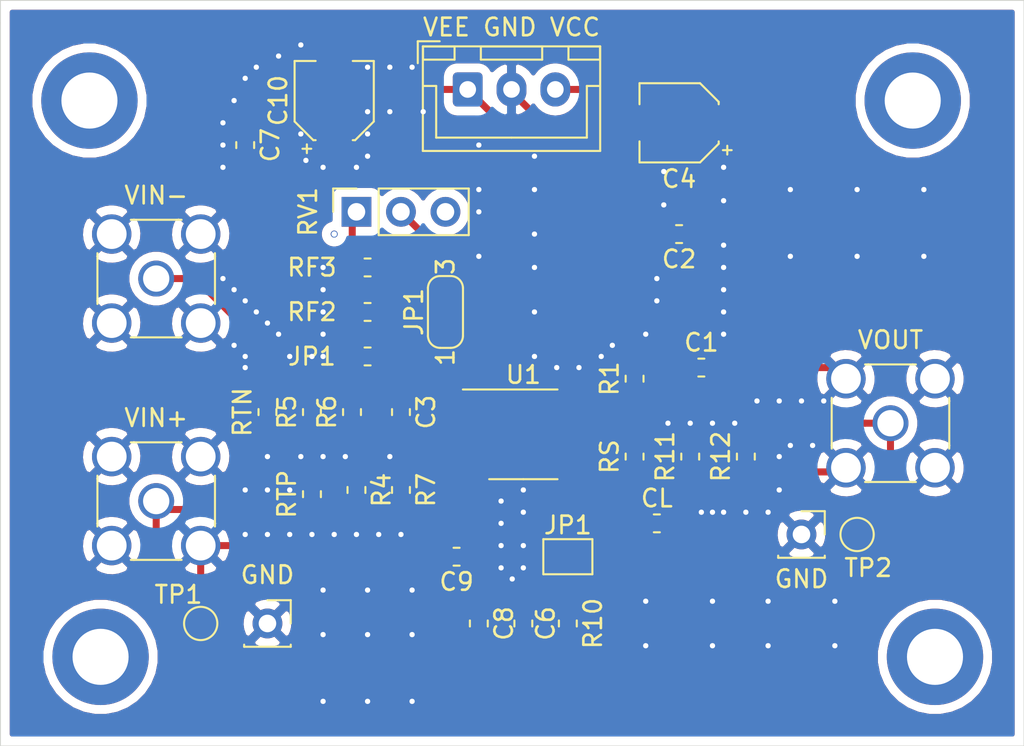
<source format=kicad_pcb>
(kicad_pcb (version 20171130) (host pcbnew "(5.1.2)-2")
  (layers (0 F.Cu signal) (31 B.Cu signal hide) (34 B.Paste user) (35 F.Paste user) (36 B.SilkS user) (37 F.SilkS user) (38 B.Mask user) (39 F.Mask user) (44 Edge.Cuts user))
  (net 0 "")
  (net 1 /VCC)
  (net 2 GNDREF)
  (net 3 "Net-(C3-Pad2)")
  (net 4 "Net-(C3-Pad1)")
  (net 5 "Net-(C5-Pad1)")
  (net 6 "Net-(C6-Pad1)")
  (net 7 "Net-(C6-Pad2)")
  (net 8 /VEE)
  (net 9 "Net-(J2-Pad1)")
  (net 10 "Net-(J3-Pad1)")
  (net 11 "Net-(J5-Pad1)")
  (net 12 /PD)
  (net 13 "Net-(R4-Pad1)")
  (net 14 "Net-(R11-Pad1)")
  (net 15 "Net-(JP1-Pad1)")
  (net 16 "Net-(JP1-Pad3)")
  (module Package_SO:SOIC-8_3.9x4.9mm_P1.27mm (layer F.Cu) (at 146.05 123.19)
    (fp_text reference U1 (at 0 -3.4) (layer F.SilkS))
    (fp_text value ADA4817-1)
    (fp_line (start 0 2.56) (end 1.95 2.56) (layer F.SilkS) (width 0.12))
    (fp_line (start 0 2.56) (end -1.95 2.56) (layer F.SilkS) (width 0.12))
    (fp_line (start 0 -2.56) (end 1.95 -2.56) (layer F.SilkS) (width 0.12))
    (fp_line (start 0 -2.56) (end -3.45 -2.56) (layer F.SilkS) (width 0.12))
    (pad 1 smd roundrect (at -2.475 -1.905) (size 1.95 0.6) (layers F.Cu F.Paste F.Mask) (net 4 "Net-(C3-Pad1)"))
    (pad 2 smd roundrect (at -2.475 -0.635) (size 1.95 0.6) (layers F.Cu F.Paste F.Mask) (net 3 "Net-(C3-Pad2)"))
    (pad 3 smd roundrect (at -2.475 0.635) (size 1.95 0.6) (layers F.Cu F.Paste F.Mask) (net 13 "Net-(R4-Pad1)"))
    (pad 4 smd roundrect (at -2.475 1.905) (size 1.95 0.6) (layers F.Cu F.Paste F.Mask) (net 8 /VEE))
    (pad 5 smd roundrect (at 2.475 1.905) (size 1.95 0.6) (layers F.Cu F.Paste F.Mask) (net 7 "Net-(C6-Pad2)"))
    (pad 6 smd roundrect (at 2.475 0.635) (size 1.95 0.6) (layers F.Cu F.Paste F.Mask) (net 14 "Net-(R11-Pad1)"))
    (pad 7 smd roundrect (at 2.475 -0.635) (size 1.95 0.6) (layers F.Cu F.Paste F.Mask) (net 1 /VCC))
    (pad 8 smd roundrect (at 2.475 -1.905) (size 1.95 0.6) (layers F.Cu F.Paste F.Mask) (net 12 /PD))
  )
  (module Resistor_SMD:R_0603_1608Metric_Pad1.05x0.95mm_HandSolder (layer F.Cu) (at 131.445 121.92 90)
    (fp_text reference RTN (at 0 -1.43 90) (layer F.SilkS))
    (fp_text value RTN)
    (fp_line (start -0.171267 -0.51) (end 0.171267 -0.51) (layer F.SilkS) (width 0.12))
    (fp_line (start -0.171267 0.51) (end 0.171267 0.51) (layer F.SilkS) (width 0.12))
    (pad 1 smd roundrect (at -0.875 0 90) (size 1.05 0.95) (layers F.Cu F.Paste F.Mask) (net 2 GNDREF))
    (pad 2 smd roundrect (at 0.875 0 90) (size 1.05 0.95) (layers F.Cu F.Paste F.Mask) (net 9 "Net-(J2-Pad1)"))
  )
  (module MountingHole:MountingHole_3.2mm_M3_ISO14580_Pad (layer F.Cu) (at 168.275 104.14)
    (fp_text reference REF** hide)
    (fp_text value MountingHole_3.2mm_M3_ISO14580_Pad)
    (pad 1 thru_hole circle (at 0 0) (size 5.5 5.5) (drill 3.2) (layers *.Cu *.Mask))
  )
  (module MountingHole:MountingHole_3.2mm_M3_ISO14580_Pad (layer F.Cu) (at 169.545 135.89)
    (fp_text reference REF** hide)
    (fp_text value MountingHole_3.2mm_M3_ISO14580_Pad)
    (pad 1 thru_hole circle (at 0 0) (size 5.5 5.5) (drill 3.2) (layers *.Cu *.Mask))
  )
  (module MountingHole:MountingHole_3.2mm_M3_ISO14580_Pad (layer F.Cu) (at 121.92 135.89)
    (fp_text reference REF** hide)
    (fp_text value MountingHole_3.2mm_M3_ISO14580_Pad)
    (pad 1 thru_hole circle (at 0 0) (size 5.5 5.5) (drill 3.2) (layers *.Cu *.Mask))
  )
  (module MountingHole:MountingHole_3.2mm_M3_ISO14580_Pad (layer F.Cu) (at 121.285 104.14)
    (fp_text reference REF** hide)
    (fp_text value MountingHole_3.2mm_M3_ISO14580_Pad)
    (pad 1 thru_hole circle (at 0 0) (size 5.5 5.5) (drill 3.2) (layers *.Cu *.Mask))
  )
  (module Connector_PinSocket_2.54mm:PinSocket_1x01_P2.54mm_Vertical (layer F.Cu) (at 131.445 133.985)
    (fp_text reference GND (at 0 -2.77) (layer F.SilkS))
    (fp_text value PinSocket_1x01_P2.54mm_Vertical)
    (fp_line (start 0 -1.33) (end 1.33 -1.33) (layer F.SilkS) (width 0.12))
    (fp_line (start 1.33 -1.33) (end 1.33 0) (layer F.SilkS) (width 0.12))
    (fp_line (start 1.33 1.21) (end 1.33 1.33) (layer F.SilkS) (width 0.12))
    (fp_line (start -1.33 1.21) (end -1.33 1.33) (layer F.SilkS) (width 0.12))
    (fp_line (start -1.33 1.33) (end 1.33 1.33) (layer F.SilkS) (width 0.12))
    (pad 1 thru_hole circle (at 0 0) (size 1.7 1.7) (drill 1) (layers *.Cu *.Mask) (net 2 GNDREF))
  )
  (module Connector_PinSocket_2.54mm:PinSocket_1x01_P2.54mm_Vertical (layer F.Cu) (at 161.925 128.905)
    (fp_text reference GND (at 0 2.54) (layer F.SilkS))
    (fp_text value PinSocket_1x01_P2.54mm_Vertical)
    (fp_line (start 0 -1.33) (end 1.33 -1.33) (layer F.SilkS) (width 0.12))
    (fp_line (start 1.33 -1.33) (end 1.33 0) (layer F.SilkS) (width 0.12))
    (fp_line (start 1.33 1.21) (end 1.33 1.33) (layer F.SilkS) (width 0.12))
    (fp_line (start -1.33 1.21) (end -1.33 1.33) (layer F.SilkS) (width 0.12))
    (fp_line (start -1.33 1.33) (end 1.33 1.33) (layer F.SilkS) (width 0.12))
    (pad 1 thru_hole circle (at 0 0) (size 1.7 1.7) (drill 1) (layers *.Cu *.Mask) (net 2 GNDREF))
  )
  (module TestPoint:TestPoint_Pad_D1.5mm (layer F.Cu) (at 165.1 128.905)
    (fp_text reference TP2 (at 0.635 1.905) (layer F.SilkS))
    (fp_text value TestPoint_Pad_D1.5mm)
    (fp_circle (center 0 0) (end 0 0.95) (layer F.SilkS) (width 0.12))
    (pad 1 smd circle (at 0 0) (size 1.5 1.5) (layers F.Cu F.Mask) (net 11 "Net-(J5-Pad1)"))
  )
  (module TestPoint:TestPoint_Pad_D1.5mm (layer F.Cu) (at 127.635 133.985)
    (fp_text reference TP1 (at -1.27 -1.648) (layer F.SilkS))
    (fp_text value TestPoint_Pad_D1.5mm)
    (fp_circle (center 0 0) (end 0 0.95) (layer F.SilkS) (width 0.12))
    (pad 1 smd circle (at 0 0) (size 1.5 1.5) (layers F.Cu F.Mask) (net 10 "Net-(J3-Pad1)"))
  )
  (module Connector_JST:JST_XH_B3B-XH-A_1x03_P2.50mm_Vertical (layer F.Cu) (at 142.875 103.505)
    (fp_text reference "VEE GND VCC" (at 2.5 -3.55) (layer F.SilkS))
    (fp_text value Conn_01x03_Male)
    (fp_line (start -2.56 -2.46) (end -2.56 3.51) (layer F.SilkS) (width 0.12))
    (fp_line (start -2.56 3.51) (end 7.56 3.51) (layer F.SilkS) (width 0.12))
    (fp_line (start 7.56 3.51) (end 7.56 -2.46) (layer F.SilkS) (width 0.12))
    (fp_line (start 7.56 -2.46) (end -2.56 -2.46) (layer F.SilkS) (width 0.12))
    (fp_line (start 0.75 -2.45) (end 0.75 -1.7) (layer F.SilkS) (width 0.12))
    (fp_line (start 0.75 -1.7) (end 4.25 -1.7) (layer F.SilkS) (width 0.12))
    (fp_line (start 4.25 -1.7) (end 4.25 -2.45) (layer F.SilkS) (width 0.12))
    (fp_line (start 4.25 -2.45) (end 0.75 -2.45) (layer F.SilkS) (width 0.12))
    (fp_line (start -2.55 -2.45) (end -2.55 -1.7) (layer F.SilkS) (width 0.12))
    (fp_line (start -2.55 -1.7) (end -0.75 -1.7) (layer F.SilkS) (width 0.12))
    (fp_line (start -0.75 -1.7) (end -0.75 -2.45) (layer F.SilkS) (width 0.12))
    (fp_line (start -0.75 -2.45) (end -2.55 -2.45) (layer F.SilkS) (width 0.12))
    (fp_line (start 5.75 -2.45) (end 5.75 -1.7) (layer F.SilkS) (width 0.12))
    (fp_line (start 5.75 -1.7) (end 7.55 -1.7) (layer F.SilkS) (width 0.12))
    (fp_line (start 7.55 -1.7) (end 7.55 -2.45) (layer F.SilkS) (width 0.12))
    (fp_line (start 7.55 -2.45) (end 5.75 -2.45) (layer F.SilkS) (width 0.12))
    (fp_line (start -2.55 -0.2) (end -1.8 -0.2) (layer F.SilkS) (width 0.12))
    (fp_line (start -1.8 -0.2) (end -1.8 2.75) (layer F.SilkS) (width 0.12))
    (fp_line (start -1.8 2.75) (end 2.5 2.75) (layer F.SilkS) (width 0.12))
    (fp_line (start 7.55 -0.2) (end 6.8 -0.2) (layer F.SilkS) (width 0.12))
    (fp_line (start 6.8 -0.2) (end 6.8 2.75) (layer F.SilkS) (width 0.12))
    (fp_line (start 6.8 2.75) (end 2.5 2.75) (layer F.SilkS) (width 0.12))
    (fp_line (start -1.6 -2.75) (end -2.85 -2.75) (layer F.SilkS) (width 0.12))
    (fp_line (start -2.85 -2.75) (end -2.85 -1.5) (layer F.SilkS) (width 0.12))
    (pad 1 thru_hole roundrect (at 0 0) (size 1.7 1.95) (drill 0.95) (layers *.Cu *.Mask) (roundrect_rratio 0.147059) (net 8 /VEE))
    (pad 2 thru_hole oval (at 2.5 0) (size 1.7 1.95) (drill 0.95) (layers *.Cu *.Mask) (net 2 GNDREF))
    (pad 3 thru_hole oval (at 5 0) (size 1.7 1.95) (drill 0.95) (layers *.Cu *.Mask) (net 1 /VCC))
  )
  (module Jumper:SolderJumper-2_P1.3mm_Open_TrianglePad1.0x1.5mm (layer F.Cu) (at 148.59 130.175)
    (fp_text reference JP1 (at 0 -1.8) (layer F.SilkS))
    (fp_text value SolderJumper-2_P1.3mm_Open_TrianglePad1.0x1.5mm)
    (fp_line (start -1.4 -1) (end 1.4 -1) (layer F.SilkS) (width 0.12))
    (fp_line (start 1.4 -1) (end 1.4 1) (layer F.SilkS) (width 0.12))
    (fp_line (start 1.4 1) (end -1.4 1) (layer F.SilkS) (width 0.12))
    (fp_line (start -1.4 1) (end -1.4 -1) (layer F.SilkS) (width 0.12))
    (pad 1 smd custom (at -0.725 0) (size 0.3 0.3) (layers F.Cu F.Mask) (net 7 "Net-(C6-Pad2)") (options (clearance outline) (anchor rect)) (primitives (gr_poly (pts (xy -0.5 -0.75) (xy 0.5 -0.75) (xy 1 0) (xy 0.5 0.75) (xy -0.5 0.75)) (width 0))))
    (pad 2 smd custom (at 0.725 0) (size 0.3 0.3) (layers F.Cu F.Mask) (net 7 "Net-(C6-Pad2)") (options (clearance outline) (anchor rect)) (primitives (gr_poly (pts (xy -0.65 -0.75) (xy 0.5 -0.75) (xy 0.5 0.75) (xy -0.65 0.75) (xy -0.15 0)) (width 0))))
  )
  (module Capacitor_SMD:C_0603_1608Metric_Pad1.05x0.95mm_HandSolder (layer F.Cu) (at 156.21 119.38)
    (fp_text reference C1 (at 0 -1.43) (layer F.SilkS))
    (fp_text value 0.1uF)
    (fp_line (start -0.171267 -0.51) (end 0.171267 -0.51) (layer F.SilkS) (width 0.12))
    (fp_line (start -0.171267 0.51) (end 0.171267 0.51) (layer F.SilkS) (width 0.12))
    (pad 1 smd roundrect (at -0.875 0) (size 1.05 0.95) (layers F.Cu F.Paste F.Mask) (net 1 /VCC))
    (pad 2 smd roundrect (at 0.875 0) (size 1.05 0.95) (layers F.Cu F.Paste F.Mask) (net 2 GNDREF))
  )
  (module Capacitor_SMD:C_0603_1608Metric_Pad1.05x0.95mm_HandSolder (layer F.Cu) (at 154.94 111.76 180)
    (fp_text reference C2 (at 0 -1.43) (layer F.SilkS))
    (fp_text value 0.1uF)
    (fp_line (start -0.171267 0.51) (end 0.171267 0.51) (layer F.SilkS) (width 0.12))
    (fp_line (start -0.171267 -0.51) (end 0.171267 -0.51) (layer F.SilkS) (width 0.12))
    (pad 2 smd roundrect (at 0.875 0 180) (size 1.05 0.95) (layers F.Cu F.Paste F.Mask) (net 2 GNDREF))
    (pad 1 smd roundrect (at -0.875 0 180) (size 1.05 0.95) (layers F.Cu F.Paste F.Mask) (net 1 /VCC))
  )
  (module Capacitor_SMD:C_0603_1608Metric_Pad1.05x0.95mm_HandSolder (layer F.Cu) (at 139.065 121.92 270)
    (fp_text reference C3 (at 0 -1.43 90) (layer F.SilkS))
    (fp_text value CF)
    (fp_line (start -0.171267 0.51) (end 0.171267 0.51) (layer F.SilkS) (width 0.12))
    (fp_line (start -0.171267 -0.51) (end 0.171267 -0.51) (layer F.SilkS) (width 0.12))
    (pad 2 smd roundrect (at 0.875 0 270) (size 1.05 0.95) (layers F.Cu F.Paste F.Mask) (net 3 "Net-(C3-Pad2)"))
    (pad 1 smd roundrect (at -0.875 0 270) (size 1.05 0.95) (layers F.Cu F.Paste F.Mask) (net 4 "Net-(C3-Pad1)"))
  )
  (module Capacitor_SMD:CP_Elec_4x5.4 (layer F.Cu) (at 154.94 105.41 180)
    (fp_text reference C4 (at 0 -3.2) (layer F.SilkS))
    (fp_text value 10uF)
    (fp_line (start -2.75 -1.81) (end -2.75 -1.31) (layer F.SilkS) (width 0.12))
    (fp_line (start -3 -1.56) (end -2.5 -1.56) (layer F.SilkS) (width 0.12))
    (fp_line (start -2.26 1.195563) (end -1.195563 2.26) (layer F.SilkS) (width 0.12))
    (fp_line (start -2.26 -1.195563) (end -1.195563 -2.26) (layer F.SilkS) (width 0.12))
    (fp_line (start -2.26 -1.195563) (end -2.26 -1.06) (layer F.SilkS) (width 0.12))
    (fp_line (start -2.26 1.195563) (end -2.26 1.06) (layer F.SilkS) (width 0.12))
    (fp_line (start -1.195563 2.26) (end 2.26 2.26) (layer F.SilkS) (width 0.12))
    (fp_line (start -1.195563 -2.26) (end 2.26 -2.26) (layer F.SilkS) (width 0.12))
    (fp_line (start 2.26 -2.26) (end 2.26 -1.06) (layer F.SilkS) (width 0.12))
    (fp_line (start 2.26 2.26) (end 2.26 1.06) (layer F.SilkS) (width 0.12))
    (pad 2 smd roundrect (at 1.8 0 180) (size 2.6 1.6) (layers F.Cu F.Paste F.Mask) (roundrect_rratio 0.15625) (net 2 GNDREF))
    (pad 1 smd roundrect (at -1.8 0 180) (size 2.6 1.6) (layers F.Cu F.Paste F.Mask) (roundrect_rratio 0.15625) (net 1 /VCC))
  )
  (module Capacitor_SMD:C_0603_1608Metric_Pad1.05x0.95mm_HandSolder (layer F.Cu) (at 153.67 128.27)
    (fp_text reference CL (at 0 -1.43) (layer F.SilkS))
    (fp_text value CL)
    (fp_line (start -0.171267 -0.51) (end 0.171267 -0.51) (layer F.SilkS) (width 0.12))
    (fp_line (start -0.171267 0.51) (end 0.171267 0.51) (layer F.SilkS) (width 0.12))
    (pad 1 smd roundrect (at -0.875 0) (size 1.05 0.95) (layers F.Cu F.Paste F.Mask) (net 5 "Net-(C5-Pad1)"))
    (pad 2 smd roundrect (at 0.875 0) (size 1.05 0.95) (layers F.Cu F.Paste F.Mask) (net 2 GNDREF))
  )
  (module Capacitor_SMD:C_0603_1608Metric_Pad1.05x0.95mm_HandSolder (layer F.Cu) (at 146.05 133.985 90)
    (fp_text reference C6 (at 0 1.27 90) (layer F.SilkS))
    (fp_text value C)
    (fp_line (start -0.171267 0.51) (end 0.171267 0.51) (layer F.SilkS) (width 0.12))
    (fp_line (start -0.171267 -0.51) (end 0.171267 -0.51) (layer F.SilkS) (width 0.12))
    (pad 2 smd roundrect (at 0.875 0 90) (size 1.05 0.95) (layers F.Cu F.Paste F.Mask) (net 7 "Net-(C6-Pad2)"))
    (pad 1 smd roundrect (at -0.875 0 90) (size 1.05 0.95) (layers F.Cu F.Paste F.Mask) (net 6 "Net-(C6-Pad1)"))
  )
  (module Capacitor_SMD:C_0603_1608Metric_Pad1.05x0.95mm_HandSolder (layer F.Cu) (at 130.175 106.68 270)
    (fp_text reference C7 (at 0 -1.43 90) (layer F.SilkS))
    (fp_text value 0.1uF)
    (fp_line (start -0.171267 -0.51) (end 0.171267 -0.51) (layer F.SilkS) (width 0.12))
    (fp_line (start -0.171267 0.51) (end 0.171267 0.51) (layer F.SilkS) (width 0.12))
    (pad 1 smd roundrect (at -0.875 0 270) (size 1.05 0.95) (layers F.Cu F.Paste F.Mask) (net 8 /VEE))
    (pad 2 smd roundrect (at 0.875 0 270) (size 1.05 0.95) (layers F.Cu F.Paste F.Mask) (net 2 GNDREF))
  )
  (module Capacitor_SMD:C_0603_1608Metric_Pad1.05x0.95mm_HandSolder (layer F.Cu) (at 143.51 133.985 270)
    (fp_text reference C8 (at 0 -1.43 90) (layer F.SilkS))
    (fp_text value C)
    (fp_line (start -0.171267 -0.51) (end 0.171267 -0.51) (layer F.SilkS) (width 0.12))
    (fp_line (start -0.171267 0.51) (end 0.171267 0.51) (layer F.SilkS) (width 0.12))
    (pad 1 smd roundrect (at -0.875 0 270) (size 1.05 0.95) (layers F.Cu F.Paste F.Mask) (net 8 /VEE))
    (pad 2 smd roundrect (at 0.875 0 270) (size 1.05 0.95) (layers F.Cu F.Paste F.Mask) (net 6 "Net-(C6-Pad1)"))
  )
  (module Capacitor_SMD:C_0603_1608Metric_Pad1.05x0.95mm_HandSolder (layer F.Cu) (at 142.24 130.175 180)
    (fp_text reference C9 (at 0 -1.43) (layer F.SilkS))
    (fp_text value 0.1uF)
    (fp_line (start -0.171267 0.51) (end 0.171267 0.51) (layer F.SilkS) (width 0.12))
    (fp_line (start -0.171267 -0.51) (end 0.171267 -0.51) (layer F.SilkS) (width 0.12))
    (pad 2 smd roundrect (at 0.875 0 180) (size 1.05 0.95) (layers F.Cu F.Paste F.Mask) (net 2 GNDREF))
    (pad 1 smd roundrect (at -0.875 0 180) (size 1.05 0.95) (layers F.Cu F.Paste F.Mask) (net 8 /VEE))
  )
  (module Capacitor_SMD:CP_Elec_4x5.4 (layer F.Cu) (at 135.255 104.14 90)
    (fp_text reference C10 (at 0 -3.2 90) (layer F.SilkS))
    (fp_text value 10uF)
    (fp_line (start 2.26 2.26) (end 2.26 1.06) (layer F.SilkS) (width 0.12))
    (fp_line (start 2.26 -2.26) (end 2.26 -1.06) (layer F.SilkS) (width 0.12))
    (fp_line (start -1.195563 -2.26) (end 2.26 -2.26) (layer F.SilkS) (width 0.12))
    (fp_line (start -1.195563 2.26) (end 2.26 2.26) (layer F.SilkS) (width 0.12))
    (fp_line (start -2.26 1.195563) (end -2.26 1.06) (layer F.SilkS) (width 0.12))
    (fp_line (start -2.26 -1.195563) (end -2.26 -1.06) (layer F.SilkS) (width 0.12))
    (fp_line (start -2.26 -1.195563) (end -1.195563 -2.26) (layer F.SilkS) (width 0.12))
    (fp_line (start -2.26 1.195563) (end -1.195563 2.26) (layer F.SilkS) (width 0.12))
    (fp_line (start -3 -1.56) (end -2.5 -1.56) (layer F.SilkS) (width 0.12))
    (fp_line (start -2.75 -1.81) (end -2.75 -1.31) (layer F.SilkS) (width 0.12))
    (pad 1 smd roundrect (at -1.8 0 90) (size 2.6 1.6) (layers F.Cu F.Paste F.Mask) (roundrect_rratio 0.15625) (net 2 GNDREF))
    (pad 2 smd roundrect (at 1.8 0 90) (size 2.6 1.6) (layers F.Cu F.Paste F.Mask) (roundrect_rratio 0.15625) (net 8 /VEE))
  )
  (module Connector_Coaxial:SMA_Amphenol_132134-11_Vertical (layer F.Cu) (at 125.095 114.3)
    (fp_text reference VIN- (at 0 -4.75) (layer F.SilkS))
    (fp_text value -VIN)
    (fp_line (start -3.355 -1.45) (end -3.355 1.45) (layer F.SilkS) (width 0.12))
    (fp_line (start 3.355 -1.45) (end 3.355 1.45) (layer F.SilkS) (width 0.12))
    (fp_line (start -1.45 3.355) (end 1.45 3.355) (layer F.SilkS) (width 0.12))
    (fp_line (start -1.45 -3.355) (end 1.45 -3.355) (layer F.SilkS) (width 0.12))
    (pad 1 thru_hole circle (at 0 0) (size 2.05 2.05) (drill 1.5) (layers *.Cu *.Mask) (net 9 "Net-(J2-Pad1)"))
    (pad 2 thru_hole circle (at 2.54 2.54) (size 2.25 2.25) (drill 1.7) (layers *.Cu *.Mask) (net 2 GNDREF))
    (pad 2 thru_hole circle (at 2.54 -2.54) (size 2.25 2.25) (drill 1.7) (layers *.Cu *.Mask) (net 2 GNDREF))
    (pad 2 thru_hole circle (at -2.54 -2.54) (size 2.25 2.25) (drill 1.7) (layers *.Cu *.Mask) (net 2 GNDREF))
    (pad 2 thru_hole circle (at -2.54 2.54) (size 2.25 2.25) (drill 1.7) (layers *.Cu *.Mask) (net 2 GNDREF))
  )
  (module Connector_Coaxial:SMA_Amphenol_132134-11_Vertical (layer F.Cu) (at 125.095 127)
    (fp_text reference VIN+ (at 0 -4.75) (layer F.SilkS))
    (fp_text value +VIN)
    (fp_line (start -3.355 -1.45) (end -3.355 1.45) (layer F.SilkS) (width 0.12))
    (fp_line (start 3.355 -1.45) (end 3.355 1.45) (layer F.SilkS) (width 0.12))
    (fp_line (start -1.45 3.355) (end 1.45 3.355) (layer F.SilkS) (width 0.12))
    (fp_line (start -1.45 -3.355) (end 1.45 -3.355) (layer F.SilkS) (width 0.12))
    (pad 1 thru_hole circle (at 0 0) (size 2.05 2.05) (drill 1.5) (layers *.Cu *.Mask) (net 10 "Net-(J3-Pad1)"))
    (pad 2 thru_hole circle (at 2.54 2.54) (size 2.25 2.25) (drill 1.7) (layers *.Cu *.Mask) (net 2 GNDREF))
    (pad 2 thru_hole circle (at 2.54 -2.54) (size 2.25 2.25) (drill 1.7) (layers *.Cu *.Mask) (net 2 GNDREF))
    (pad 2 thru_hole circle (at -2.54 -2.54) (size 2.25 2.25) (drill 1.7) (layers *.Cu *.Mask) (net 2 GNDREF))
    (pad 2 thru_hole circle (at -2.54 2.54) (size 2.25 2.25) (drill 1.7) (layers *.Cu *.Mask) (net 2 GNDREF))
  )
  (module Connector_Coaxial:SMA_Amphenol_132134-11_Vertical (layer F.Cu) (at 167.005 122.555)
    (fp_text reference VOUT (at 0 -4.75) (layer F.SilkS))
    (fp_text value VOUT)
    (fp_line (start -1.45 -3.355) (end 1.45 -3.355) (layer F.SilkS) (width 0.12))
    (fp_line (start -1.45 3.355) (end 1.45 3.355) (layer F.SilkS) (width 0.12))
    (fp_line (start 3.355 -1.45) (end 3.355 1.45) (layer F.SilkS) (width 0.12))
    (fp_line (start -3.355 -1.45) (end -3.355 1.45) (layer F.SilkS) (width 0.12))
    (pad 2 thru_hole circle (at -2.54 2.54) (size 2.25 2.25) (drill 1.7) (layers *.Cu *.Mask) (net 2 GNDREF))
    (pad 2 thru_hole circle (at -2.54 -2.54) (size 2.25 2.25) (drill 1.7) (layers *.Cu *.Mask) (net 2 GNDREF))
    (pad 2 thru_hole circle (at 2.54 -2.54) (size 2.25 2.25) (drill 1.7) (layers *.Cu *.Mask) (net 2 GNDREF))
    (pad 2 thru_hole circle (at 2.54 2.54) (size 2.25 2.25) (drill 1.7) (layers *.Cu *.Mask) (net 2 GNDREF))
    (pad 1 thru_hole circle (at 0 0) (size 2.05 2.05) (drill 1.5) (layers *.Cu *.Mask) (net 11 "Net-(J5-Pad1)"))
  )
  (module Jumper:SolderJumper-3_P1.3mm_Open_RoundedPad1.0x1.5mm_NumberLabels (layer F.Cu) (at 141.605 116.205 90)
    (fp_text reference JP1 (at 0 -1.8 90) (layer F.SilkS))
    (fp_text value Jumper_3_Open)
    (fp_text user 3 (at 2.6 0 90) (layer F.SilkS))
    (fp_text user 1 (at -2.6 0 90) (layer F.SilkS))
    (fp_line (start -2.05 0.3) (end -2.05 -0.3) (layer F.SilkS) (width 0.12))
    (fp_line (start 1.4 1) (end -1.4 1) (layer F.SilkS) (width 0.12))
    (fp_line (start 2.05 -0.3) (end 2.05 0.3) (layer F.SilkS) (width 0.12))
    (fp_line (start -1.4 -1) (end 1.4 -1) (layer F.SilkS) (width 0.12))
    (fp_arc (start 1.35 -0.3) (end 2.05 -0.3) (angle -90) (layer F.SilkS) (width 0.12))
    (fp_arc (start 1.35 0.3) (end 1.35 1) (angle -90) (layer F.SilkS) (width 0.12))
    (fp_arc (start -1.35 0.3) (end -2.05 0.3) (angle -90) (layer F.SilkS) (width 0.12))
    (fp_arc (start -1.35 -0.3) (end -1.35 -1) (angle -90) (layer F.SilkS) (width 0.12))
    (pad 1 smd custom (at -1.3 0 90) (size 1 0.5) (layers F.Cu F.Mask) (net 15 "Net-(JP1-Pad1)") (options (clearance outline) (anchor rect)) (primitives (gr_circle (center 0 0.25) (end 0.5 0.25) (width 0)) (gr_circle (center 0 -0.25) (end 0.5 -0.25) (width 0)) (gr_poly (pts (xy 0.55 -0.75) (xy 0 -0.75) (xy 0 0.75) (xy 0.55 0.75)) (width 0))))
    (pad 3 smd custom (at 1.3 0 90) (size 1 0.5) (layers F.Cu F.Mask) (net 16 "Net-(JP1-Pad3)") (options (clearance outline) (anchor rect)) (primitives (gr_circle (center 0 0.25) (end 0.5 0.25) (width 0)) (gr_circle (center 0 -0.25) (end 0.5 -0.25) (width 0)) (gr_poly (pts (xy -0.55 -0.75) (xy 0 -0.75) (xy 0 0.75) (xy -0.55 0.75)) (width 0))))
    (pad 2 smd rect (at 0 0 90) (size 1 1.5) (layers F.Cu F.Mask) (net 4 "Net-(C3-Pad1)"))
  )
  (module Resistor_SMD:R_0603_1608Metric_Pad1.05x0.95mm_HandSolder (layer F.Cu) (at 152.4 120.015 90)
    (fp_text reference R1 (at 0 -1.43 90) (layer F.SilkS))
    (fp_text value 1kΩ)
    (fp_line (start -0.171267 0.51) (end 0.171267 0.51) (layer F.SilkS) (width 0.12))
    (fp_line (start -0.171267 -0.51) (end 0.171267 -0.51) (layer F.SilkS) (width 0.12))
    (pad 2 smd roundrect (at 0.875 0 90) (size 1.05 0.95) (layers F.Cu F.Paste F.Mask) (net 12 /PD))
    (pad 1 smd roundrect (at -0.875 0 90) (size 1.05 0.95) (layers F.Cu F.Paste F.Mask) (net 1 /VCC))
  )
  (module Resistor_SMD:R_0603_1608Metric_Pad1.05x0.95mm_HandSolder (layer F.Cu) (at 133.985 126.605 90)
    (fp_text reference RTP (at 0 -1.43 90) (layer F.SilkS))
    (fp_text value RTP)
    (fp_line (start -0.171267 0.51) (end 0.171267 0.51) (layer F.SilkS) (width 0.12))
    (fp_line (start -0.171267 -0.51) (end 0.171267 -0.51) (layer F.SilkS) (width 0.12))
    (pad 2 smd roundrect (at 0.875 0 90) (size 1.05 0.95) (layers F.Cu F.Paste F.Mask) (net 2 GNDREF))
    (pad 1 smd roundrect (at -0.875 0 90) (size 1.05 0.95) (layers F.Cu F.Paste F.Mask) (net 10 "Net-(J3-Pad1)"))
  )
  (module Resistor_SMD:R_0603_1608Metric_Pad1.05x0.95mm_HandSolder (layer F.Cu) (at 136.525 126.365 270)
    (fp_text reference R4 (at 0 -1.43 90) (layer F.SilkS))
    (fp_text value R)
    (fp_line (start -0.171267 -0.51) (end 0.171267 -0.51) (layer F.SilkS) (width 0.12))
    (fp_line (start -0.171267 0.51) (end 0.171267 0.51) (layer F.SilkS) (width 0.12))
    (pad 1 smd roundrect (at -0.875 0 270) (size 1.05 0.95) (layers F.Cu F.Paste F.Mask) (net 13 "Net-(R4-Pad1)"))
    (pad 2 smd roundrect (at 0.875 0 270) (size 1.05 0.95) (layers F.Cu F.Paste F.Mask) (net 10 "Net-(J3-Pad1)"))
  )
  (module Resistor_SMD:R_0603_1608Metric_Pad1.05x0.95mm_HandSolder (layer F.Cu) (at 133.985 121.92 90)
    (fp_text reference R5 (at 0 -1.43 90) (layer F.SilkS))
    (fp_text value R)
    (fp_line (start -0.171267 -0.51) (end 0.171267 -0.51) (layer F.SilkS) (width 0.12))
    (fp_line (start -0.171267 0.51) (end 0.171267 0.51) (layer F.SilkS) (width 0.12))
    (pad 1 smd roundrect (at -0.875 0 90) (size 1.05 0.95) (layers F.Cu F.Paste F.Mask) (net 3 "Net-(C3-Pad2)"))
    (pad 2 smd roundrect (at 0.875 0 90) (size 1.05 0.95) (layers F.Cu F.Paste F.Mask) (net 9 "Net-(J2-Pad1)"))
  )
  (module Resistor_SMD:R_0603_1608Metric_Pad1.05x0.95mm_HandSolder (layer F.Cu) (at 136.271 121.92 90)
    (fp_text reference R6 (at 0 -1.43 90) (layer F.SilkS))
    (fp_text value R)
    (fp_line (start -0.171267 0.51) (end 0.171267 0.51) (layer F.SilkS) (width 0.12))
    (fp_line (start -0.171267 -0.51) (end 0.171267 -0.51) (layer F.SilkS) (width 0.12))
    (pad 2 smd roundrect (at 0.875 0 90) (size 1.05 0.95) (layers F.Cu F.Paste F.Mask) (net 3 "Net-(C3-Pad2)"))
    (pad 1 smd roundrect (at -0.875 0 90) (size 1.05 0.95) (layers F.Cu F.Paste F.Mask) (net 2 GNDREF))
  )
  (module Resistor_SMD:R_0603_1608Metric_Pad1.05x0.95mm_HandSolder (layer F.Cu) (at 139.065 126.365 270)
    (fp_text reference R7 (at 0 -1.43 90) (layer F.SilkS))
    (fp_text value R)
    (fp_line (start -0.171267 -0.51) (end 0.171267 -0.51) (layer F.SilkS) (width 0.12))
    (fp_line (start -0.171267 0.51) (end 0.171267 0.51) (layer F.SilkS) (width 0.12))
    (pad 1 smd roundrect (at -0.875 0 270) (size 1.05 0.95) (layers F.Cu F.Paste F.Mask) (net 13 "Net-(R4-Pad1)"))
    (pad 2 smd roundrect (at 0.875 0 270) (size 1.05 0.95) (layers F.Cu F.Paste F.Mask) (net 2 GNDREF))
  )
  (module Resistor_SMD:R_0603_1608Metric_Pad1.05x0.95mm_HandSolder (layer F.Cu) (at 152.4 124.46 90)
    (fp_text reference RS (at 0 -1.43 90) (layer F.SilkS))
    (fp_text value RS)
    (fp_line (start -0.171267 -0.51) (end 0.171267 -0.51) (layer F.SilkS) (width 0.12))
    (fp_line (start -0.171267 0.51) (end 0.171267 0.51) (layer F.SilkS) (width 0.12))
    (pad 1 smd roundrect (at -0.875 0 90) (size 1.05 0.95) (layers F.Cu F.Paste F.Mask) (net 5 "Net-(C5-Pad1)"))
    (pad 2 smd roundrect (at 0.875 0 90) (size 1.05 0.95) (layers F.Cu F.Paste F.Mask) (net 14 "Net-(R11-Pad1)"))
  )
  (module Resistor_SMD:R_0603_1608Metric_Pad1.05x0.95mm_HandSolder (layer F.Cu) (at 148.59 133.985 270)
    (fp_text reference R10 (at 0 -1.43 90) (layer F.SilkS))
    (fp_text value R)
    (fp_line (start -0.171267 0.51) (end 0.171267 0.51) (layer F.SilkS) (width 0.12))
    (fp_line (start -0.171267 -0.51) (end 0.171267 -0.51) (layer F.SilkS) (width 0.12))
    (pad 2 smd roundrect (at 0.875 0 270) (size 1.05 0.95) (layers F.Cu F.Paste F.Mask) (net 6 "Net-(C6-Pad1)"))
    (pad 1 smd roundrect (at -0.875 0 270) (size 1.05 0.95) (layers F.Cu F.Paste F.Mask) (net 7 "Net-(C6-Pad2)"))
  )
  (module Resistor_SMD:R_0603_1608Metric_Pad1.05x0.95mm_HandSolder (layer F.Cu) (at 155.575 124.46 90)
    (fp_text reference R11 (at 0 -1.43 90) (layer F.SilkS))
    (fp_text value R)
    (fp_line (start -0.171267 0.51) (end 0.171267 0.51) (layer F.SilkS) (width 0.12))
    (fp_line (start -0.171267 -0.51) (end 0.171267 -0.51) (layer F.SilkS) (width 0.12))
    (pad 2 smd roundrect (at 0.875 0 90) (size 1.05 0.95) (layers F.Cu F.Paste F.Mask) (net 11 "Net-(J5-Pad1)"))
    (pad 1 smd roundrect (at -0.875 0 90) (size 1.05 0.95) (layers F.Cu F.Paste F.Mask) (net 14 "Net-(R11-Pad1)"))
  )
  (module Resistor_SMD:R_0603_1608Metric_Pad1.05x0.95mm_HandSolder (layer F.Cu) (at 158.75 124.46 90)
    (fp_text reference R12 (at 0 -1.43 90) (layer F.SilkS))
    (fp_text value R)
    (fp_line (start -0.171267 -0.51) (end 0.171267 -0.51) (layer F.SilkS) (width 0.12))
    (fp_line (start -0.171267 0.51) (end 0.171267 0.51) (layer F.SilkS) (width 0.12))
    (pad 1 smd roundrect (at -0.875 0 90) (size 1.05 0.95) (layers F.Cu F.Paste F.Mask) (net 2 GNDREF))
    (pad 2 smd roundrect (at 0.875 0 90) (size 1.05 0.95) (layers F.Cu F.Paste F.Mask) (net 11 "Net-(J5-Pad1)"))
  )
  (module Resistor_SMD:R_0603_1608Metric_Pad1.05x0.95mm_HandSolder (layer F.Cu) (at 137.16 118.745)
    (fp_text reference JP1 (at -3.175 0) (layer F.SilkS))
    (fp_text value R)
    (fp_line (start -0.171267 0.51) (end 0.171267 0.51) (layer F.SilkS) (width 0.12))
    (fp_line (start -0.171267 -0.51) (end 0.171267 -0.51) (layer F.SilkS) (width 0.12))
    (pad 2 smd roundrect (at 0.875 0) (size 1.05 0.95) (layers F.Cu F.Paste F.Mask) (net 15 "Net-(JP1-Pad1)"))
    (pad 1 smd roundrect (at -0.875 0) (size 1.05 0.95) (layers F.Cu F.Paste F.Mask) (net 3 "Net-(C3-Pad2)"))
  )
  (module Resistor_SMD:R_0603_1608Metric_Pad1.05x0.95mm_HandSolder (layer F.Cu) (at 137.16 116.205)
    (fp_text reference RF2 (at -3.175 0) (layer F.SilkS))
    (fp_text value R)
    (fp_line (start -0.171267 -0.51) (end 0.171267 -0.51) (layer F.SilkS) (width 0.12))
    (fp_line (start -0.171267 0.51) (end 0.171267 0.51) (layer F.SilkS) (width 0.12))
    (pad 1 smd roundrect (at -0.875 0) (size 1.05 0.95) (layers F.Cu F.Paste F.Mask) (net 3 "Net-(C3-Pad2)"))
    (pad 2 smd roundrect (at 0.875 0) (size 1.05 0.95) (layers F.Cu F.Paste F.Mask) (net 15 "Net-(JP1-Pad1)"))
  )
  (module Resistor_SMD:R_0603_1608Metric_Pad1.05x0.95mm_HandSolder (layer F.Cu) (at 137.16 113.665 180)
    (fp_text reference RF3 (at 3.175 0) (layer F.SilkS))
    (fp_text value R)
    (fp_line (start -0.171267 0.51) (end 0.171267 0.51) (layer F.SilkS) (width 0.12))
    (fp_line (start -0.171267 -0.51) (end 0.171267 -0.51) (layer F.SilkS) (width 0.12))
    (pad 2 smd roundrect (at 0.875 0 180) (size 1.05 0.95) (layers F.Cu F.Paste F.Mask) (net 3 "Net-(C3-Pad2)"))
    (pad 1 smd roundrect (at -0.875 0 180) (size 1.05 0.95) (layers F.Cu F.Paste F.Mask) (net 15 "Net-(JP1-Pad1)"))
  )
  (module Connector_PinSocket_2.54mm:PinSocket_1x03_P2.54mm_Vertical (layer F.Cu) (at 136.525 110.49 90)
    (fp_text reference RV1 (at 0 -2.77 90) (layer F.SilkS))
    (fp_text value R_POT)
    (fp_line (start -1.33 1.27) (end 1.33 1.27) (layer F.SilkS) (width 0.12))
    (fp_line (start -1.33 1.27) (end -1.33 6.41) (layer F.SilkS) (width 0.12))
    (fp_line (start -1.33 6.41) (end 1.33 6.41) (layer F.SilkS) (width 0.12))
    (fp_line (start 1.33 1.27) (end 1.33 6.41) (layer F.SilkS) (width 0.12))
    (fp_line (start 1.33 -1.33) (end 1.33 0) (layer F.SilkS) (width 0.12))
    (fp_line (start 0 -1.33) (end 1.33 -1.33) (layer F.SilkS) (width 0.12))
    (pad 1 thru_hole rect (at 0 0 90) (size 1.7 1.7) (drill 1) (layers *.Cu *.Mask) (net 3 "Net-(C3-Pad2)"))
    (pad 2 thru_hole oval (at 0 2.54 90) (size 1.7 1.7) (drill 1) (layers *.Cu *.Mask) (net 16 "Net-(JP1-Pad3)"))
    (pad 3 thru_hole oval (at 0 5.08 90) (size 1.7 1.7) (drill 1) (layers *.Cu *.Mask))
  )
  (gr_line (start 116.205 98.425) (end 116.205 99.695) (layer Edge.Cuts) (width 0.05))
  (gr_line (start 174.625 98.425) (end 116.205 98.425) (layer Edge.Cuts) (width 0.05))
  (gr_line (start 174.625 140.97) (end 174.625 98.425) (layer Edge.Cuts) (width 0.05))
  (gr_line (start 116.205 140.97) (end 174.625 140.97) (layer Edge.Cuts) (width 0.05))
  (gr_line (start 116.205 99.695) (end 116.205 140.97) (layer Edge.Cuts) (width 0.05))
  (via (at 135.255 111.76) (size 0.4) (drill 0.3) (layers F.Cu B.Cu) (net 0))
  (segment (start 150.735 122.555) (end 152.4 120.89) (width 0.4) (layer F.Cu) (net 1))
  (segment (start 148.525 122.555) (end 150.735 122.555) (width 0.4) (layer F.Cu) (net 1))
  (segment (start 153.825 120.89) (end 155.335 119.38) (width 0.4) (layer F.Cu) (net 1))
  (segment (start 152.4 120.89) (end 153.825 120.89) (width 0.4) (layer F.Cu) (net 1))
  (segment (start 155.335 112.24) (end 155.815 111.76) (width 0.4) (layer F.Cu) (net 1))
  (segment (start 155.335 119.38) (end 155.335 112.24) (width 0.4) (layer F.Cu) (net 1))
  (segment (start 155.815 106.335) (end 156.74 105.41) (width 0.4) (layer F.Cu) (net 1))
  (segment (start 155.815 111.76) (end 155.815 106.335) (width 0.4) (layer F.Cu) (net 1))
  (segment (start 149.125 103.505) (end 147.875 103.505) (width 0.4) (layer F.Cu) (net 1))
  (segment (start 155.735 103.505) (end 149.125 103.505) (width 0.4) (layer F.Cu) (net 1))
  (segment (start 156.74 104.51) (end 155.735 103.505) (width 0.4) (layer F.Cu) (net 1))
  (segment (start 156.74 105.41) (end 156.74 104.51) (width 0.4) (layer F.Cu) (net 1))
  (segment (start 131.445 123.19) (end 133.985 125.73) (width 0.4) (layer F.Cu) (net 2))
  (segment (start 131.445 122.795) (end 131.445 123.19) (width 0.4) (layer F.Cu) (net 2))
  (segment (start 133.985 125.73) (end 134.62 125.73) (width 0.4) (layer F.Cu) (net 2))
  (segment (start 136.271 124.079) (end 136.271 122.795) (width 0.4) (layer F.Cu) (net 2))
  (segment (start 134.62 125.73) (end 135.89 124.46) (width 0.4) (layer F.Cu) (net 2))
  (segment (start 163.83 119.38) (end 164.465 120.015) (width 0.4) (layer F.Cu) (net 2))
  (segment (start 157.085 119.38) (end 163.83 119.38) (width 0.4) (layer F.Cu) (net 2))
  (segment (start 164.225 125.335) (end 164.465 125.095) (width 0.4) (layer F.Cu) (net 2))
  (segment (start 157.48 125.335) (end 158.75 125.335) (width 0.4) (layer F.Cu) (net 2))
  (segment (start 154.545 128.27) (end 157.48 125.335) (width 0.4) (layer F.Cu) (net 2))
  (segment (start 139.065 127.24) (end 140.575 127.24) (width 0.4) (layer F.Cu) (net 2))
  (segment (start 141.365 128.03) (end 141.365 130.175) (width 0.4) (layer F.Cu) (net 2))
  (segment (start 140.575 127.24) (end 141.365 128.03) (width 0.4) (layer F.Cu) (net 2))
  (segment (start 154.065 106.335) (end 153.14 105.41) (width 0.4) (layer F.Cu) (net 2))
  (segment (start 154.065 111.76) (end 154.065 110.095) (width 0.4) (layer F.Cu) (net 2))
  (segment (start 145.375 103.63) (end 145.375 103.505) (width 0.4) (layer F.Cu) (net 2))
  (segment (start 147.155 105.41) (end 145.375 103.63) (width 0.4) (layer F.Cu) (net 2))
  (segment (start 153.14 105.41) (end 147.155 105.41) (width 0.4) (layer F.Cu) (net 2))
  (segment (start 133.64 107.555) (end 135.255 105.94) (width 0.4) (layer F.Cu) (net 2))
  (segment (start 130.175 107.555) (end 133.64 107.555) (width 0.4) (layer F.Cu) (net 2))
  (segment (start 158.75 125.335) (end 164.225 125.335) (width 0.4) (layer F.Cu) (net 2))
  (segment (start 158.75 125.73) (end 158.75 125.335) (width 0.4) (layer F.Cu) (net 2))
  (segment (start 161.925 128.905) (end 158.75 125.73) (width 0.4) (layer F.Cu) (net 2))
  (segment (start 130.175 109.22) (end 127.635 111.76) (width 0.4) (layer F.Cu) (net 2))
  (segment (start 130.175 107.555) (end 130.175 109.22) (width 0.4) (layer F.Cu) (net 2))
  (segment (start 129.3 122.795) (end 131.445 122.795) (width 0.4) (layer F.Cu) (net 2))
  (segment (start 127.635 124.46) (end 129.3 122.795) (width 0.4) (layer F.Cu) (net 2))
  (segment (start 136.765 129.54) (end 127.635 129.54) (width 0.4) (layer F.Cu) (net 2))
  (segment (start 139.065 127.24) (end 137.795 128.905) (width 0.4) (layer F.Cu) (net 2))
  (segment (start 127.635 129.54) (end 127.635 131.445) (width 0.4) (layer F.Cu) (net 2))
  (via (at 128.905 114.3) (size 0.4) (drill 0.3) (layers F.Cu B.Cu) (net 2))
  (via (at 129.54 114.935) (size 0.4) (drill 0.3) (layers F.Cu B.Cu) (net 2))
  (via (at 130.175 115.57) (size 0.4) (drill 0.3) (layers F.Cu B.Cu) (net 2))
  (via (at 130.81 116.205) (size 0.4) (drill 0.3) (layers F.Cu B.Cu) (net 2))
  (via (at 131.445 116.84) (size 0.4) (drill 0.3) (layers F.Cu B.Cu) (net 2))
  (via (at 132.08 117.475) (size 0.4) (drill 0.3) (layers F.Cu B.Cu) (net 2))
  (via (at 132.715 118.745) (size 0.4) (drill 0.3) (layers F.Cu B.Cu) (net 2))
  (via (at 129.54 118.11) (size 0.4) (drill 0.3) (layers F.Cu B.Cu) (net 2))
  (via (at 130.175 118.745) (size 0.4) (drill 0.3) (layers F.Cu B.Cu) (net 2))
  (via (at 130.175 119.38) (size 0.4) (drill 0.3) (layers F.Cu B.Cu) (net 2))
  (via (at 130.175 128.905) (size 0.4) (drill 0.3) (layers F.Cu B.Cu) (net 2))
  (via (at 131.445 128.905) (size 0.4) (drill 0.3) (layers F.Cu B.Cu) (net 2))
  (via (at 132.715 128.905) (size 0.4) (drill 0.3) (layers F.Cu B.Cu) (net 2))
  (via (at 133.985 128.905) (size 0.4) (drill 0.3) (layers F.Cu B.Cu) (net 2))
  (via (at 135.255 128.905) (size 0.4) (drill 0.3) (layers F.Cu B.Cu) (net 2))
  (via (at 136.525 128.905) (size 0.4) (drill 0.3) (layers F.Cu B.Cu) (net 2))
  (segment (start 137.795 128.905) (end 136.765 129.54) (width 0.4) (layer F.Cu) (net 2))
  (via (at 137.795 128.905) (size 0.4) (drill 0.3) (layers F.Cu B.Cu) (net 2))
  (via (at 139.065 128.905) (size 0.4) (drill 0.3) (layers F.Cu B.Cu) (net 2))
  (via (at 130.175 126.365) (size 0.4) (drill 0.3) (layers F.Cu B.Cu) (net 2))
  (via (at 131.445 126.365) (size 0.4) (drill 0.3) (layers F.Cu B.Cu) (net 2))
  (via (at 132.715 126.365) (size 0.4) (drill 0.3) (layers F.Cu B.Cu) (net 2))
  (via (at 131.445 124.46) (size 0.4) (drill 0.3) (layers F.Cu B.Cu) (net 2))
  (via (at 133.35 124.46) (size 0.4) (drill 0.3) (layers F.Cu B.Cu) (net 2))
  (via (at 134.62 124.46) (size 0.4) (drill 0.3) (layers F.Cu B.Cu) (net 2))
  (segment (start 135.89 124.46) (end 136.271 124.079) (width 0.4) (layer F.Cu) (net 2))
  (via (at 135.89 124.46) (size 0.4) (drill 0.3) (layers F.Cu B.Cu) (net 2))
  (via (at 138.43 124.46) (size 0.4) (drill 0.3) (layers F.Cu B.Cu) (net 2))
  (via (at 154.305 122.555) (size 0.4) (drill 0.3) (layers F.Cu B.Cu) (net 2))
  (via (at 155.575 122.555) (size 0.4) (drill 0.3) (layers F.Cu B.Cu) (net 2))
  (via (at 156.845 122.555) (size 0.4) (drill 0.3) (layers F.Cu B.Cu) (net 2))
  (via (at 158.115 122.555) (size 0.4) (drill 0.3) (layers F.Cu B.Cu) (net 2))
  (via (at 159.385 121.285) (size 0.4) (drill 0.3) (layers F.Cu B.Cu) (net 2))
  (via (at 160.655 121.285) (size 0.4) (drill 0.3) (layers F.Cu B.Cu) (net 2))
  (via (at 161.925 121.285) (size 0.4) (drill 0.3) (layers F.Cu B.Cu) (net 2))
  (via (at 163.195 121.285) (size 0.4) (drill 0.3) (layers F.Cu B.Cu) (net 2))
  (via (at 160.655 124.46) (size 0.4) (drill 0.3) (layers F.Cu B.Cu) (net 2))
  (via (at 161.29 123.825) (size 0.4) (drill 0.3) (layers F.Cu B.Cu) (net 2))
  (via (at 162.56 123.825) (size 0.4) (drill 0.3) (layers F.Cu B.Cu) (net 2))
  (via (at 160.655 126.365) (size 0.4) (drill 0.3) (layers F.Cu B.Cu) (net 2))
  (via (at 156.21 127.635) (size 0.4) (drill 0.3) (layers F.Cu B.Cu) (net 2))
  (via (at 156.845 127.635) (size 0.4) (drill 0.3) (layers F.Cu B.Cu) (net 2))
  (via (at 157.48 127.635) (size 0.4) (drill 0.3) (layers F.Cu B.Cu) (net 2))
  (via (at 158.75 127.635) (size 0.4) (drill 0.3) (layers F.Cu B.Cu) (net 2))
  (via (at 160.02 127.635) (size 0.4) (drill 0.3) (layers F.Cu B.Cu) (net 2))
  (via (at 146.685 107.315) (size 0.4) (drill 0.3) (layers F.Cu B.Cu) (net 2))
  (via (at 146.685 109.22) (size 0.4) (drill 0.3) (layers F.Cu B.Cu) (net 2))
  (via (at 146.685 111.76) (size 0.4) (drill 0.3) (layers F.Cu B.Cu) (net 2))
  (via (at 146.685 113.665) (size 0.4) (drill 0.3) (layers F.Cu B.Cu) (net 2))
  (via (at 146.685 116.205) (size 0.4) (drill 0.3) (layers F.Cu B.Cu) (net 2))
  (via (at 146.685 118.745) (size 0.4) (drill 0.3) (layers F.Cu B.Cu) (net 2))
  (via (at 143.51 106.68) (size 0.4) (drill 0.3) (layers F.Cu B.Cu) (net 2))
  (via (at 143.51 109.22) (size 0.4) (drill 0.3) (layers F.Cu B.Cu) (net 2))
  (via (at 143.51 110.49) (size 0.4) (drill 0.3) (layers F.Cu B.Cu) (net 2))
  (via (at 143.51 113.03) (size 0.4) (drill 0.3) (layers F.Cu B.Cu) (net 2))
  (via (at 147.955 119.38) (size 0.4) (drill 0.3) (layers F.Cu B.Cu) (net 2))
  (via (at 149.225 119.38) (size 0.4) (drill 0.3) (layers F.Cu B.Cu) (net 2))
  (via (at 150.495 118.745) (size 0.4) (drill 0.3) (layers F.Cu B.Cu) (net 2))
  (via (at 151.13 118.11) (size 0.4) (drill 0.3) (layers F.Cu B.Cu) (net 2))
  (via (at 153.035 117.475) (size 0.4) (drill 0.3) (layers F.Cu B.Cu) (net 2))
  (via (at 153.67 115.57) (size 0.4) (drill 0.3) (layers F.Cu B.Cu) (net 2))
  (via (at 153.67 114.3) (size 0.4) (drill 0.3) (layers F.Cu B.Cu) (net 2))
  (segment (start 154.065 110.095) (end 154.065 108.19) (width 0.4) (layer F.Cu) (net 2))
  (via (at 154.065 110.095) (size 0.4) (drill 0.3) (layers F.Cu B.Cu) (net 2))
  (segment (start 154.065 108.19) (end 154.065 106.335) (width 0.4) (layer F.Cu) (net 2))
  (via (at 154.065 108.19) (size 0.4) (drill 0.3) (layers F.Cu B.Cu) (net 2))
  (via (at 157.48 107.95) (size 0.4) (drill 0.3) (layers F.Cu B.Cu) (net 2))
  (via (at 157.48 109.855) (size 0.4) (drill 0.3) (layers F.Cu B.Cu) (net 2))
  (via (at 157.48 112.395) (size 0.4) (drill 0.3) (layers F.Cu B.Cu) (net 2))
  (via (at 157.48 113.665) (size 0.4) (drill 0.3) (layers F.Cu B.Cu) (net 2))
  (via (at 157.48 116.205) (size 0.4) (drill 0.3) (layers F.Cu B.Cu) (net 2))
  (via (at 157.48 114.935) (size 0.4) (drill 0.3) (layers F.Cu B.Cu) (net 2))
  (via (at 157.48 117.475) (size 0.4) (drill 0.3) (layers F.Cu B.Cu) (net 2))
  (via (at 137.16 104.775) (size 0.4) (drill 0.3) (layers F.Cu B.Cu) (net 2))
  (via (at 138.43 104.775) (size 0.4) (drill 0.3) (layers F.Cu B.Cu) (net 2))
  (via (at 140.335 104.775) (size 0.4) (drill 0.3) (layers F.Cu B.Cu) (net 2))
  (via (at 137.16 106.045) (size 0.4) (drill 0.3) (layers F.Cu B.Cu) (net 2))
  (via (at 137.16 107.315) (size 0.4) (drill 0.3) (layers F.Cu B.Cu) (net 2))
  (via (at 136.525 107.95) (size 0.4) (drill 0.3) (layers F.Cu B.Cu) (net 2))
  (via (at 134.62 107.95) (size 0.4) (drill 0.3) (layers F.Cu B.Cu) (net 2))
  (segment (start 133.64 107.555) (end 133.64 107.555) (width 0.4) (layer F.Cu) (net 2))
  (via (at 133.64 107.555) (size 0.4) (drill 0.3) (layers F.Cu B.Cu) (net 2))
  (via (at 133.35 106.045) (size 0.4) (drill 0.3) (layers F.Cu B.Cu) (net 2))
  (via (at 137.16 102.235) (size 0.4) (drill 0.3) (layers F.Cu B.Cu) (net 2))
  (via (at 138.43 102.235) (size 0.4) (drill 0.3) (layers F.Cu B.Cu) (net 2))
  (via (at 139.7 102.235) (size 0.4) (drill 0.3) (layers F.Cu B.Cu) (net 2))
  (via (at 133.35 100.965) (size 0.4) (drill 0.3) (layers F.Cu B.Cu) (net 2))
  (via (at 132.08 101.6) (size 0.4) (drill 0.3) (layers F.Cu B.Cu) (net 2))
  (via (at 130.81 102.235) (size 0.4) (drill 0.3) (layers F.Cu B.Cu) (net 2))
  (via (at 130.175 102.87) (size 0.4) (drill 0.3) (layers F.Cu B.Cu) (net 2))
  (via (at 129.54 104.14) (size 0.4) (drill 0.3) (layers F.Cu B.Cu) (net 2))
  (via (at 128.905 105.41) (size 0.4) (drill 0.3) (layers F.Cu B.Cu) (net 2))
  (via (at 128.905 106.68) (size 0.4) (drill 0.3) (layers F.Cu B.Cu) (net 2))
  (via (at 128.905 107.95) (size 0.4) (drill 0.3) (layers F.Cu B.Cu) (net 2))
  (via (at 134.62 113.665) (size 0.4) (drill 0.3) (layers F.Cu B.Cu) (net 2))
  (via (at 134.62 114.935) (size 0.4) (drill 0.3) (layers F.Cu B.Cu) (net 2))
  (via (at 134.62 116.205) (size 0.4) (drill 0.3) (layers F.Cu B.Cu) (net 2))
  (via (at 134.62 117.475) (size 0.4) (drill 0.3) (layers F.Cu B.Cu) (net 2))
  (via (at 134.62 118.745) (size 0.4) (drill 0.3) (layers F.Cu B.Cu) (net 2))
  (via (at 133.985 118.745) (size 0.4) (drill 0.3) (layers F.Cu B.Cu) (net 2))
  (via (at 144.78 127) (size 0.4) (drill 0.3) (layers F.Cu B.Cu) (net 2))
  (via (at 144.78 128.27) (size 0.4) (drill 0.3) (layers F.Cu B.Cu) (net 2))
  (via (at 144.78 130.81) (size 0.4) (drill 0.3) (layers F.Cu B.Cu) (net 2))
  (via (at 146.05 130.81) (size 0.4) (drill 0.3) (layers F.Cu B.Cu) (net 2))
  (via (at 146.05 129.54) (size 0.4) (drill 0.3) (layers F.Cu B.Cu) (net 2))
  (via (at 146.05 127.635) (size 0.4) (drill 0.3) (layers F.Cu B.Cu) (net 2))
  (via (at 144.78 129.54) (size 0.4) (drill 0.3) (layers F.Cu B.Cu) (net 2))
  (via (at 146.05 126.365) (size 0.4) (drill 0.3) (layers F.Cu B.Cu) (net 2))
  (via (at 145.415 131.445) (size 0.4) (drill 0.3) (layers F.Cu B.Cu) (net 2))
  (via (at 161.29 109.22) (size 0.4) (drill 0.3) (layers F.Cu B.Cu) (net 2))
  (via (at 165.1 109.22) (size 0.4) (drill 0.3) (layers F.Cu B.Cu) (net 2))
  (via (at 168.91 109.22) (size 0.4) (drill 0.3) (layers F.Cu B.Cu) (net 2))
  (via (at 161.29 113.03) (size 0.4) (drill 0.3) (layers F.Cu B.Cu) (net 2))
  (via (at 165.1 113.03) (size 0.4) (drill 0.3) (layers F.Cu B.Cu) (net 2))
  (via (at 168.91 113.03) (size 0.4) (drill 0.3) (layers F.Cu B.Cu) (net 2))
  (via (at 153.035 132.715) (size 0.4) (drill 0.3) (layers F.Cu B.Cu) (net 2))
  (via (at 156.845 132.715) (size 0.4) (drill 0.3) (layers F.Cu B.Cu) (net 2))
  (via (at 160.02 132.715) (size 0.4) (drill 0.3) (layers F.Cu B.Cu) (net 2))
  (via (at 163.83 132.715) (size 0.4) (drill 0.3) (layers F.Cu B.Cu) (net 2))
  (via (at 163.83 135.255) (size 0.4) (drill 0.3) (layers F.Cu B.Cu) (net 2))
  (via (at 160.02 135.255) (size 0.4) (drill 0.3) (layers F.Cu B.Cu) (net 2))
  (via (at 156.845 135.255) (size 0.4) (drill 0.3) (layers F.Cu B.Cu) (net 2))
  (via (at 153.035 135.255) (size 0.4) (drill 0.3) (layers F.Cu B.Cu) (net 2))
  (via (at 134.62 132.08) (size 0.4) (drill 0.3) (layers F.Cu B.Cu) (net 2))
  (via (at 137.16 132.08) (size 0.4) (drill 0.3) (layers F.Cu B.Cu) (net 2))
  (via (at 139.7 132.08) (size 0.4) (drill 0.3) (layers F.Cu B.Cu) (net 2))
  (via (at 139.7 134.62) (size 0.4) (drill 0.3) (layers F.Cu B.Cu) (net 2))
  (via (at 137.16 134.62) (size 0.4) (drill 0.3) (layers F.Cu B.Cu) (net 2))
  (via (at 134.62 134.62) (size 0.4) (drill 0.3) (layers F.Cu B.Cu) (net 2))
  (via (at 134.62 138.43) (size 0.4) (drill 0.3) (layers F.Cu B.Cu) (net 2))
  (via (at 137.16 138.43) (size 0.4) (drill 0.3) (layers F.Cu B.Cu) (net 2))
  (via (at 139.7 138.43) (size 0.4) (drill 0.3) (layers F.Cu B.Cu) (net 2))
  (segment (start 136.285 113.665) (end 136.285 116.205) (width 0.4) (layer F.Cu) (net 3))
  (segment (start 136.285 116.205) (end 136.285 118.745) (width 0.4) (layer F.Cu) (net 3))
  (segment (start 136.285 121.031) (end 136.271 121.045) (width 0.4) (layer F.Cu) (net 3))
  (segment (start 136.285 118.745) (end 136.285 121.031) (width 0.4) (layer F.Cu) (net 3))
  (segment (start 137.315 121.045) (end 139.065 122.795) (width 0.4) (layer F.Cu) (net 3))
  (segment (start 136.271 121.045) (end 137.315 121.045) (width 0.4) (layer F.Cu) (net 3))
  (segment (start 143.335 122.795) (end 143.575 122.555) (width 0.4) (layer F.Cu) (net 3))
  (segment (start 139.065 122.795) (end 143.335 122.795) (width 0.4) (layer F.Cu) (net 3))
  (segment (start 135.735 121.045) (end 133.985 122.795) (width 0.4) (layer F.Cu) (net 3))
  (segment (start 136.271 121.045) (end 135.735 121.045) (width 0.4) (layer F.Cu) (net 3))
  (segment (start 136.285 110.73) (end 136.525 110.49) (width 0.4) (layer F.Cu) (net 3))
  (segment (start 136.285 113.665) (end 136.285 110.73) (width 0.4) (layer F.Cu) (net 3))
  (segment (start 142.755 116.205) (end 141.605 116.205) (width 0.4) (layer F.Cu) (net 4))
  (segment (start 143.575 117.025) (end 142.755 116.205) (width 0.4) (layer F.Cu) (net 4))
  (segment (start 143.575 121.285) (end 143.575 117.025) (width 0.4) (layer F.Cu) (net 4))
  (segment (start 139.305 121.285) (end 139.065 121.045) (width 0.4) (layer F.Cu) (net 4))
  (segment (start 143.575 121.285) (end 139.305 121.285) (width 0.4) (layer F.Cu) (net 4))
  (segment (start 152.4 127.875) (end 152.795 128.27) (width 0.4) (layer F.Cu) (net 5))
  (segment (start 152.4 125.335) (end 152.4 127.875) (width 0.4) (layer F.Cu) (net 5))
  (segment (start 143.51 134.86) (end 146.05 134.86) (width 0.4) (layer F.Cu) (net 6))
  (segment (start 146.05 134.86) (end 148.59 134.86) (width 0.4) (layer F.Cu) (net 6))
  (segment (start 146.05 133.11) (end 148.59 133.11) (width 0.4) (layer F.Cu) (net 7))
  (segment (start 149.315 132.385) (end 149.315 130.175) (width 0.4) (layer F.Cu) (net 7))
  (segment (start 148.59 133.11) (end 149.315 132.385) (width 0.4) (layer F.Cu) (net 7))
  (segment (start 147.865 125.755) (end 148.525 125.095) (width 0.4) (layer F.Cu) (net 7))
  (segment (start 147.865 130.175) (end 147.865 125.755) (width 0.4) (layer F.Cu) (net 7))
  (segment (start 143.575 129.715) (end 143.115 130.175) (width 0.4) (layer F.Cu) (net 8))
  (segment (start 143.575 125.095) (end 143.575 129.715) (width 0.4) (layer F.Cu) (net 8))
  (segment (start 143.115 132.715) (end 143.51 133.11) (width 0.4) (layer F.Cu) (net 8))
  (segment (start 143.115 130.175) (end 143.115 132.715) (width 0.4) (layer F.Cu) (net 8))
  (segment (start 136.42 103.505) (end 135.255 102.34) (width 0.4) (layer F.Cu) (net 8))
  (segment (start 142.875 103.505) (end 136.42 103.505) (width 0.4) (layer F.Cu) (net 8))
  (segment (start 133.64 102.34) (end 130.175 105.805) (width 0.4) (layer F.Cu) (net 8))
  (segment (start 135.255 102.34) (end 133.64 102.34) (width 0.4) (layer F.Cu) (net 8))
  (segment (start 144.65 125.095) (end 143.575 125.095) (width 0.4) (layer F.Cu) (net 8))
  (segment (start 144.95001 124.79499) (end 144.65 125.095) (width 0.4) (layer F.Cu) (net 8))
  (segment (start 144.95001 105.58001) (end 144.95001 124.79499) (width 0.4) (layer F.Cu) (net 8))
  (segment (start 142.875 103.505) (end 144.95001 105.58001) (width 0.4) (layer F.Cu) (net 8))
  (segment (start 133.985 121.045) (end 131.445 121.045) (width 0.4) (layer F.Cu) (net 9))
  (segment (start 126.544568 114.3) (end 125.095 114.3) (width 0.4) (layer F.Cu) (net 9))
  (segment (start 127.352002 114.3) (end 126.544568 114.3) (width 0.4) (layer F.Cu) (net 9))
  (segment (start 131.445 118.392998) (end 127.352002 114.3) (width 0.4) (layer F.Cu) (net 9))
  (segment (start 131.445 121.045) (end 131.445 118.392998) (width 0.4) (layer F.Cu) (net 9))
  (segment (start 136.285 127.48) (end 136.525 127.24) (width 0.4) (layer F.Cu) (net 10))
  (segment (start 133.985 127.48) (end 136.285 127.48) (width 0.4) (layer F.Cu) (net 10))
  (segment (start 125.575 127.48) (end 125.095 127) (width 0.4) (layer F.Cu) (net 10))
  (segment (start 133.985 127.48) (end 125.575 127.48) (width 0.4) (layer F.Cu) (net 10))
  (segment (start 125.095 131.445) (end 127.635 133.985) (width 0.4) (layer F.Cu) (net 10))
  (segment (start 125.095 127) (end 125.095 131.445) (width 0.4) (layer F.Cu) (net 10))
  (segment (start 155.575 123.585) (end 158.75 123.585) (width 0.4) (layer F.Cu) (net 11))
  (segment (start 165.555432 122.555) (end 167.005 122.555) (width 0.4) (layer F.Cu) (net 11))
  (segment (start 160.355 122.555) (end 165.555432 122.555) (width 0.4) (layer F.Cu) (net 11))
  (segment (start 159.325 123.585) (end 160.355 122.555) (width 0.4) (layer F.Cu) (net 11))
  (segment (start 158.75 123.585) (end 159.325 123.585) (width 0.4) (layer F.Cu) (net 11))
  (segment (start 167.005 127) (end 165.1 128.905) (width 0.4) (layer F.Cu) (net 11))
  (segment (start 167.005 122.555) (end 167.005 127) (width 0.4) (layer F.Cu) (net 11))
  (segment (start 150.255 121.285) (end 152.4 119.14) (width 0.4) (layer F.Cu) (net 12))
  (segment (start 148.525 121.285) (end 150.255 121.285) (width 0.4) (layer F.Cu) (net 12))
  (segment (start 140.73 123.825) (end 139.065 125.49) (width 0.4) (layer F.Cu) (net 13))
  (segment (start 143.575 123.825) (end 140.73 123.825) (width 0.4) (layer F.Cu) (net 13))
  (segment (start 139.065 125.49) (end 136.525 125.49) (width 0.4) (layer F.Cu) (net 13))
  (segment (start 154.15 125.335) (end 152.4 123.585) (width 0.4) (layer F.Cu) (net 14))
  (segment (start 155.575 125.335) (end 154.15 125.335) (width 0.4) (layer F.Cu) (net 14))
  (segment (start 148.765 123.585) (end 148.525 123.825) (width 0.4) (layer F.Cu) (net 14))
  (segment (start 152.4 123.585) (end 148.765 123.585) (width 0.4) (layer F.Cu) (net 14))
  (segment (start 141.605 117.505) (end 140.365 118.745) (width 0.4) (layer F.Cu) (net 15))
  (segment (start 140.365 118.745) (end 138.035 118.745) (width 0.4) (layer F.Cu) (net 15))
  (segment (start 138.035 118.745) (end 138.035 116.205) (width 0.4) (layer F.Cu) (net 15))
  (segment (start 138.035 116.205) (end 138.035 113.665) (width 0.4) (layer F.Cu) (net 15))
  (segment (start 141.605 113.03) (end 139.065 110.49) (width 0.4) (layer F.Cu) (net 16))
  (segment (start 141.605 114.905) (end 141.605 113.03) (width 0.4) (layer F.Cu) (net 16))
  (zone (net 2) (net_name GNDREF) (layer F.Cu) (connect_pads (clearance 0.508)) (min_thickness 0.254) (fill yes (arc_segments 32) (thermal_gap 0.508) (thermal_bridge_width 0.508))
    (polygon (pts (xy 116.205 98.425) (xy 116.205 140.97) (xy 174.625 140.97) (xy 174.625 98.425)))
  )
  (zone (net 2) (net_name GNDREF) (layer B.Cu) (connect_pads (clearance 0.508)) (min_thickness 0.254) (fill yes (arc_segments 32) (thermal_gap 0.508) (thermal_bridge_width 0.508))
    (polygon (pts (xy 116.205 98.425) (xy 116.205 140.97) (xy 174.625 140.97) (xy 174.625 98.425)))
  )
)
</source>
